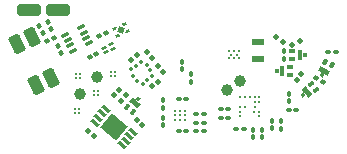
<source format=gbr>
%TF.GenerationSoftware,KiCad,Pcbnew,9.0.0*%
%TF.CreationDate,2025-08-30T10:43:31+02:00*%
%TF.ProjectId,36mm PCB,33366d6d-2050-4434-922e-6b696361645f,rev?*%
%TF.SameCoordinates,Original*%
%TF.FileFunction,Soldermask,Top*%
%TF.FilePolarity,Negative*%
%FSLAX46Y46*%
G04 Gerber Fmt 4.6, Leading zero omitted, Abs format (unit mm)*
G04 Created by KiCad (PCBNEW 9.0.0) date 2025-08-30 10:43:31*
%MOMM*%
%LPD*%
G01*
G04 APERTURE LIST*
G04 Aperture macros list*
%AMRoundRect*
0 Rectangle with rounded corners*
0 $1 Rounding radius*
0 $2 $3 $4 $5 $6 $7 $8 $9 X,Y pos of 4 corners*
0 Add a 4 corners polygon primitive as box body*
4,1,4,$2,$3,$4,$5,$6,$7,$8,$9,$2,$3,0*
0 Add four circle primitives for the rounded corners*
1,1,$1+$1,$2,$3*
1,1,$1+$1,$4,$5*
1,1,$1+$1,$6,$7*
1,1,$1+$1,$8,$9*
0 Add four rect primitives between the rounded corners*
20,1,$1+$1,$2,$3,$4,$5,0*
20,1,$1+$1,$4,$5,$6,$7,0*
20,1,$1+$1,$6,$7,$8,$9,0*
20,1,$1+$1,$8,$9,$2,$3,0*%
%AMRotRect*
0 Rectangle, with rotation*
0 The origin of the aperture is its center*
0 $1 length*
0 $2 width*
0 $3 Rotation angle, in degrees counterclockwise*
0 Add horizontal line*
21,1,$1,$2,0,0,$3*%
%AMFreePoly0*
4,1,6,0.130000,0.115000,0.130000,-0.115000,-0.130000,-0.115000,-0.130000,0.275000,-0.020000,0.275000,0.130000,0.115000,0.130000,0.115000,$1*%
%AMFreePoly1*
4,1,6,0.130000,-0.115000,-0.130000,-0.115000,-0.130000,0.115000,0.020000,0.275000,0.130000,0.275000,0.130000,-0.115000,0.130000,-0.115000,$1*%
G04 Aperture macros list end*
%ADD10R,1.100000X0.600000*%
%ADD11RoundRect,0.100000X-0.100000X0.130000X-0.100000X-0.130000X0.100000X-0.130000X0.100000X0.130000X0*%
%ADD12RoundRect,0.100000X0.100000X-0.130000X0.100000X0.130000X-0.100000X0.130000X-0.100000X-0.130000X0*%
%ADD13RoundRect,0.100000X-0.162583X-0.021603X0.062583X-0.151603X0.162583X0.021603X-0.062583X0.151603X0*%
%ADD14RoundRect,0.100000X0.075558X0.145571X-0.160082X0.035690X-0.075558X-0.145571X0.160082X-0.035690X0*%
%ADD15RoundRect,0.100000X-0.130000X-0.100000X0.130000X-0.100000X0.130000X0.100000X-0.130000X0.100000X0*%
%ADD16C,0.215000*%
%ADD17RoundRect,0.100000X-0.075558X-0.145571X0.160082X-0.035690X0.075558X0.145571X-0.160082X0.035690X0*%
%ADD18RoundRect,0.100000X-0.145571X0.075558X-0.035690X-0.160082X0.145571X-0.075558X0.035690X0.160082X0*%
%ADD19RoundRect,0.100000X-0.163865X0.006958X0.035307X-0.160167X0.163865X-0.006958X-0.035307X0.160167X0*%
%ADD20C,0.242000*%
%ADD21RotRect,0.350000X0.500000X130.000000*%
%ADD22RotRect,0.440000X0.900000X220.000000*%
%ADD23RotRect,0.300000X0.340000X130.000000*%
%ADD24RotRect,0.200000X0.475000X295.000000*%
%ADD25C,0.217000*%
%ADD26RoundRect,0.100000X0.163865X-0.006958X-0.035307X0.160167X-0.163865X0.006958X0.035307X-0.160167X0*%
%ADD27RoundRect,0.050000X-0.216036X-0.211077X0.300560X0.029815X0.216036X0.211077X-0.300560X-0.029815X0*%
%ADD28RotRect,0.350000X0.500000X150.000000*%
%ADD29RotRect,0.440000X0.900000X240.000000*%
%ADD30RotRect,0.300000X0.340000X150.000000*%
%ADD31RoundRect,0.150000X-0.850000X-0.350000X0.850000X-0.350000X0.850000X0.350000X-0.850000X0.350000X0*%
%ADD32R,0.500000X0.350000*%
%ADD33R,0.440000X0.900000*%
%ADD34R,0.340000X0.300000*%
%ADD35RotRect,0.350000X0.500000X320.000000*%
%ADD36RotRect,0.440000X0.900000X50.000000*%
%ADD37RotRect,0.300000X0.340000X320.000000*%
%ADD38RoundRect,0.100000X0.038097X0.159526X-0.163961X-0.004097X-0.038097X-0.159526X0.163961X0.004097X0*%
%ADD39C,0.200000*%
%ADD40RoundRect,0.100000X-0.006958X-0.163865X0.160167X0.035307X0.006958X0.163865X-0.160167X-0.035307X0*%
%ADD41RoundRect,0.100000X0.130000X0.100000X-0.130000X0.100000X-0.130000X-0.100000X0.130000X-0.100000X0*%
%ADD42RotRect,0.300000X0.325000X309.000000*%
%ADD43RotRect,0.300000X0.325000X219.000000*%
%ADD44RoundRect,0.100000X0.159526X-0.038097X-0.004097X0.163961X-0.159526X0.038097X0.004097X-0.163961X0*%
%ADD45C,0.500000*%
%ADD46RoundRect,0.100000X-0.038097X-0.159526X0.163961X0.004097X0.038097X0.159526X-0.163961X-0.004097X0*%
%ADD47RotRect,0.300000X0.800000X50.000000*%
%ADD48RotRect,1.550000X1.750000X50.000000*%
%ADD49C,1.000000*%
%ADD50FreePoly0,115.000000*%
%ADD51FreePoly1,115.000000*%
%ADD52FreePoly0,295.000000*%
%ADD53FreePoly1,295.000000*%
%ADD54RotRect,0.520000X0.520000X340.000000*%
%ADD55RoundRect,0.100000X0.006958X0.163865X-0.160167X-0.035307X-0.006958X-0.163865X0.160167X0.035307X0*%
%ADD56RoundRect,0.150000X0.591910X-0.441184X0.042506X0.737016X-0.591910X0.441184X-0.042506X-0.737016X0*%
G04 APERTURE END LIST*
D10*
%TO.C,Y1*%
X207010000Y-118680000D03*
X207010000Y-117280000D03*
%TD*%
D11*
%TO.C,R20*%
X208890000Y-123970000D03*
X208890000Y-124610000D03*
%TD*%
D12*
%TO.C,R4*%
X198920000Y-124300000D03*
X198920000Y-123660000D03*
%TD*%
D13*
%TO.C,R16*%
X211900643Y-120294535D03*
X212454901Y-120614533D03*
%TD*%
D14*
%TO.C,D2*%
X194071743Y-116469296D03*
X193491707Y-116739772D03*
%TD*%
D15*
%TO.C,L1*%
X205135000Y-124645000D03*
X205775000Y-124645000D03*
%TD*%
D12*
%TO.C,R2*%
X200560000Y-119580000D03*
X200560000Y-118940000D03*
%TD*%
D16*
%TO.C,IC2*%
X199970000Y-123875000D03*
X199970000Y-123475000D03*
X199970000Y-123075000D03*
X200370000Y-123875000D03*
X200370000Y-123475000D03*
X200370000Y-123075000D03*
X200770000Y-123875000D03*
X200770000Y-123475000D03*
X200770000Y-123075000D03*
%TD*%
D17*
%TO.C,CLPT1*%
X192717754Y-118539772D03*
X193297790Y-118269296D03*
%TD*%
D18*
%TO.C,R17*%
X188472535Y-115884516D03*
X188743009Y-116464552D03*
%TD*%
D12*
%TO.C,C4*%
X207335000Y-125310000D03*
X207335000Y-124670000D03*
%TD*%
D19*
%TO.C,C15*%
X192594866Y-124774308D03*
X193085134Y-125185692D03*
%TD*%
D18*
%TO.C,C12*%
X189172534Y-115564516D03*
X189443010Y-116144552D03*
%TD*%
D15*
%TO.C,C6*%
X201770000Y-123315000D03*
X202410000Y-123315000D03*
%TD*%
D20*
%TO.C,IC3*%
X205490000Y-121955000D03*
X205890000Y-121955000D03*
X206290000Y-121955000D03*
X206690000Y-121955000D03*
X207090000Y-121955000D03*
X206690000Y-122355000D03*
X207090000Y-122355000D03*
X205490000Y-122755000D03*
X205890000Y-122755000D03*
X206690000Y-122755000D03*
X205490000Y-123155000D03*
X206680000Y-123155000D03*
X207090000Y-123155000D03*
X205490000Y-123555000D03*
X207090000Y-123555000D03*
%TD*%
D21*
%TO.C,Q6*%
X211864447Y-121332105D03*
X211446636Y-120834175D03*
D22*
X211126971Y-121526664D03*
D23*
X210828213Y-121777352D03*
%TD*%
D11*
%TO.C,R5*%
X198920000Y-122175000D03*
X198920000Y-122815000D03*
%TD*%
D24*
%TO.C,IC4*%
X194732077Y-117818417D03*
X194563029Y-117455893D03*
X193950365Y-117741583D03*
X194119413Y-118104107D03*
%TD*%
D25*
%TO.C,IC10*%
X191810000Y-122890000D03*
X191810000Y-123240000D03*
X191460000Y-122890000D03*
X191460000Y-123240000D03*
%TD*%
D15*
%TO.C,C7*%
X201770000Y-124075000D03*
X202410000Y-124075000D03*
%TD*%
D26*
%TO.C,R6*%
X197200849Y-124303930D03*
X196710581Y-123892546D03*
%TD*%
D27*
%TO.C,TPS3424-1*%
X190680141Y-116637541D03*
X190891450Y-117090695D03*
X191102759Y-117543848D03*
X191314068Y-117997002D03*
X192655403Y-117371527D03*
X192444094Y-116918373D03*
X192232785Y-116465220D03*
X192021476Y-116012066D03*
%TD*%
D28*
%TO.C,Q4*%
X213211458Y-119239487D03*
X212648542Y-118914487D03*
D29*
X212585000Y-119674545D03*
D30*
X212390000Y-120012295D03*
%TD*%
D11*
%TO.C,R1*%
X201330000Y-119980000D03*
X201330000Y-120620000D03*
%TD*%
D12*
%TO.C,C13*%
X209590000Y-122265000D03*
X209590000Y-121625000D03*
%TD*%
D25*
%TO.C,IC8*%
X191930000Y-120280000D03*
X191580000Y-120280000D03*
X191930000Y-119930000D03*
X191580000Y-119930000D03*
%TD*%
D31*
%TO.C,TP15*%
X190057772Y-114509534D03*
%TD*%
D32*
%TO.C,Q3*%
X209887772Y-118049534D03*
X209887772Y-118699534D03*
D33*
X210577772Y-118374534D03*
D34*
X210967772Y-118374534D03*
%TD*%
D35*
%TO.C,Q7*%
X195897626Y-122734710D03*
X196395555Y-123152522D03*
D36*
X196590113Y-122415046D03*
D37*
X196840801Y-122116288D03*
%TD*%
D15*
%TO.C,C8*%
X201770000Y-124835000D03*
X202410000Y-124835000D03*
%TD*%
D38*
%TO.C,R12*%
X196708687Y-118338618D03*
X196211313Y-118741382D03*
%TD*%
D39*
%TO.C,IC1*%
X205367772Y-118054534D03*
X204937772Y-118054534D03*
X204507772Y-118054534D03*
X205162772Y-118334534D03*
X204712772Y-118334534D03*
X205367772Y-118614534D03*
X204937772Y-118614534D03*
X204507772Y-118614534D03*
%TD*%
D40*
%TO.C,C14*%
X194767717Y-121786831D03*
X195179101Y-121296563D03*
%TD*%
D15*
%TO.C,C1*%
X203820000Y-122945000D03*
X204460000Y-122945000D03*
%TD*%
D41*
%TO.C,R14*%
X213587772Y-118144533D03*
X212947772Y-118144535D03*
%TD*%
D15*
%TO.C,C9*%
X200270000Y-122125000D03*
X200910000Y-122125000D03*
%TD*%
D17*
%TO.C,R18*%
X189097754Y-117159772D03*
X189677790Y-116889296D03*
%TD*%
D18*
%TO.C,CSPT1*%
X190032534Y-117594516D03*
X190303010Y-118174552D03*
%TD*%
D42*
%TO.C,U1*%
X197878079Y-119592020D03*
X197563419Y-119203446D03*
D43*
X197038741Y-118952775D03*
X196650166Y-119267433D03*
X196261593Y-119582096D03*
D42*
X196397701Y-120147426D03*
X196712361Y-120536000D03*
D43*
X197237039Y-120786671D03*
X197625614Y-120472013D03*
X198014187Y-120157350D03*
%TD*%
D44*
%TO.C,R11*%
X198000438Y-118630806D03*
X197597674Y-118133432D03*
%TD*%
D45*
%TO.C,IC6*%
X208542772Y-116831554D03*
X210542772Y-117156554D03*
X209867772Y-117481554D03*
X209117772Y-117264534D03*
%TD*%
D32*
%TO.C,Q5*%
X209667772Y-120029534D03*
X209667772Y-119379534D03*
D33*
X208977772Y-119704534D03*
D34*
X208587772Y-119704534D03*
%TD*%
D15*
%TO.C,C17*%
X209570000Y-123000000D03*
X210210000Y-123000000D03*
%TD*%
D25*
%TO.C,IC7*%
X194895000Y-120145000D03*
X194545000Y-120145000D03*
X194895000Y-119795000D03*
X194545000Y-119795000D03*
%TD*%
D40*
%TO.C,R15*%
X210243841Y-120435384D03*
X210655225Y-119945112D03*
%TD*%
D12*
%TO.C,R10*%
X208130000Y-124555000D03*
X208130000Y-123915000D03*
%TD*%
D31*
%TO.C,TP14*%
X187632772Y-114509534D03*
%TD*%
D46*
%TO.C,C11*%
X198048927Y-121010648D03*
X198546301Y-120607884D03*
%TD*%
D47*
%TO.C,IC5*%
X194113330Y-122925697D03*
X193791935Y-123308719D03*
X193470542Y-123691740D03*
X193149149Y-124074764D03*
X195447280Y-126003125D03*
X195768675Y-125620103D03*
X196090068Y-125237082D03*
X196411461Y-124854058D03*
D48*
X194780305Y-124464411D03*
%TD*%
D44*
%TO.C,C10*%
X198938126Y-119788755D03*
X198535362Y-119291381D03*
%TD*%
D49*
%TO.C,J3*%
X191902893Y-121657106D03*
X193317107Y-120242894D03*
%TD*%
D12*
%TO.C,C3*%
X206575000Y-125310000D03*
X206575000Y-124670000D03*
%TD*%
%TO.C,R13*%
X209177772Y-118684534D03*
X209177772Y-118044534D03*
%TD*%
D15*
%TO.C,C2*%
X203820000Y-123715000D03*
X204460000Y-123715000D03*
%TD*%
D50*
%TO.C,LDLN025PU1*%
X195956506Y-116338341D03*
D51*
X195681804Y-115749241D03*
D52*
X194802686Y-116159181D03*
D53*
X195077388Y-116748281D03*
D54*
X195379596Y-116248761D03*
%TD*%
D55*
%TO.C,R19*%
X195769790Y-121782452D03*
X195358406Y-122272720D03*
%TD*%
D25*
%TO.C,IC9*%
X193470000Y-121390000D03*
X193470000Y-121740000D03*
X193120000Y-121390000D03*
X193120000Y-121740000D03*
%TD*%
D41*
%TO.C,C5*%
X200920000Y-124825000D03*
X200280000Y-124825000D03*
%TD*%
D49*
%TO.C,TP18*%
X205490000Y-120600000D03*
%TD*%
D56*
%TO.C,SW5*%
X189455162Y-120320686D03*
X187849213Y-116876717D03*
X188186331Y-120912350D03*
X186580382Y-117468382D03*
%TD*%
D49*
%TO.C,TP17*%
X204370000Y-121300000D03*
%TD*%
M02*

</source>
